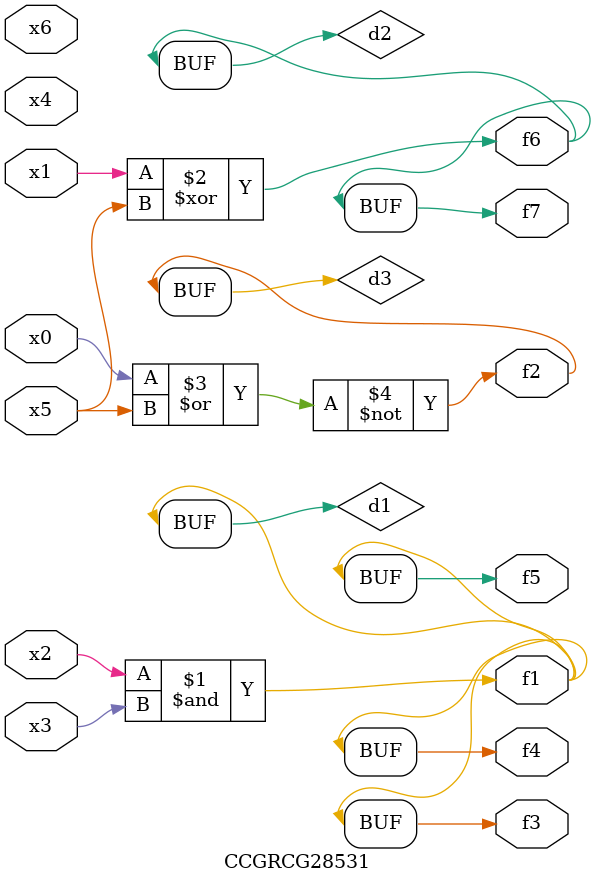
<source format=v>
module CCGRCG28531(
	input x0, x1, x2, x3, x4, x5, x6,
	output f1, f2, f3, f4, f5, f6, f7
);

	wire d1, d2, d3;

	and (d1, x2, x3);
	xor (d2, x1, x5);
	nor (d3, x0, x5);
	assign f1 = d1;
	assign f2 = d3;
	assign f3 = d1;
	assign f4 = d1;
	assign f5 = d1;
	assign f6 = d2;
	assign f7 = d2;
endmodule

</source>
